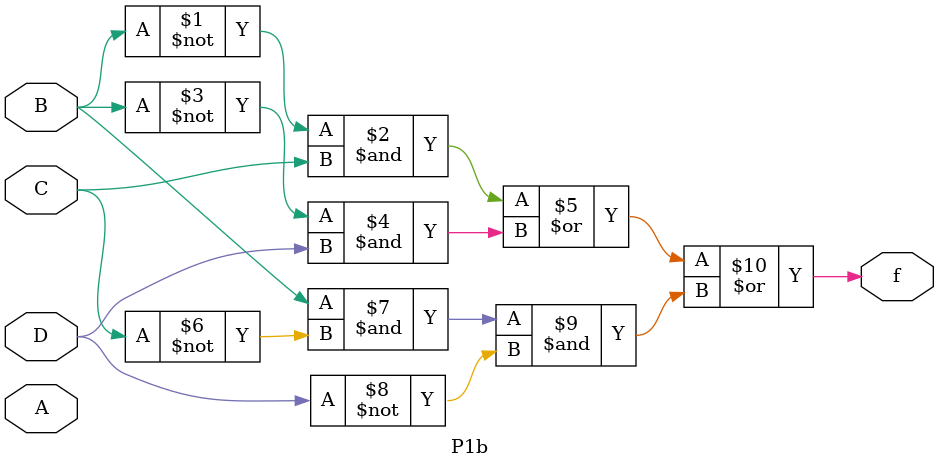
<source format=v>
module P1b(A,B,C,D,f);
input A,B,C,D;
output f;
assign f=((~B&C)|(~B&D)|(B&~C&~D));
endmodule
</source>
